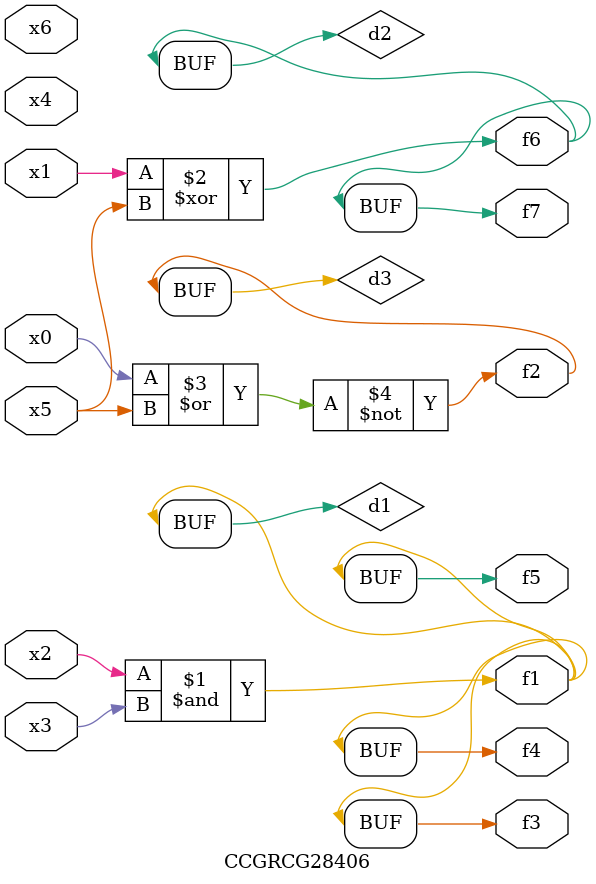
<source format=v>
module CCGRCG28406(
	input x0, x1, x2, x3, x4, x5, x6,
	output f1, f2, f3, f4, f5, f6, f7
);

	wire d1, d2, d3;

	and (d1, x2, x3);
	xor (d2, x1, x5);
	nor (d3, x0, x5);
	assign f1 = d1;
	assign f2 = d3;
	assign f3 = d1;
	assign f4 = d1;
	assign f5 = d1;
	assign f6 = d2;
	assign f7 = d2;
endmodule

</source>
